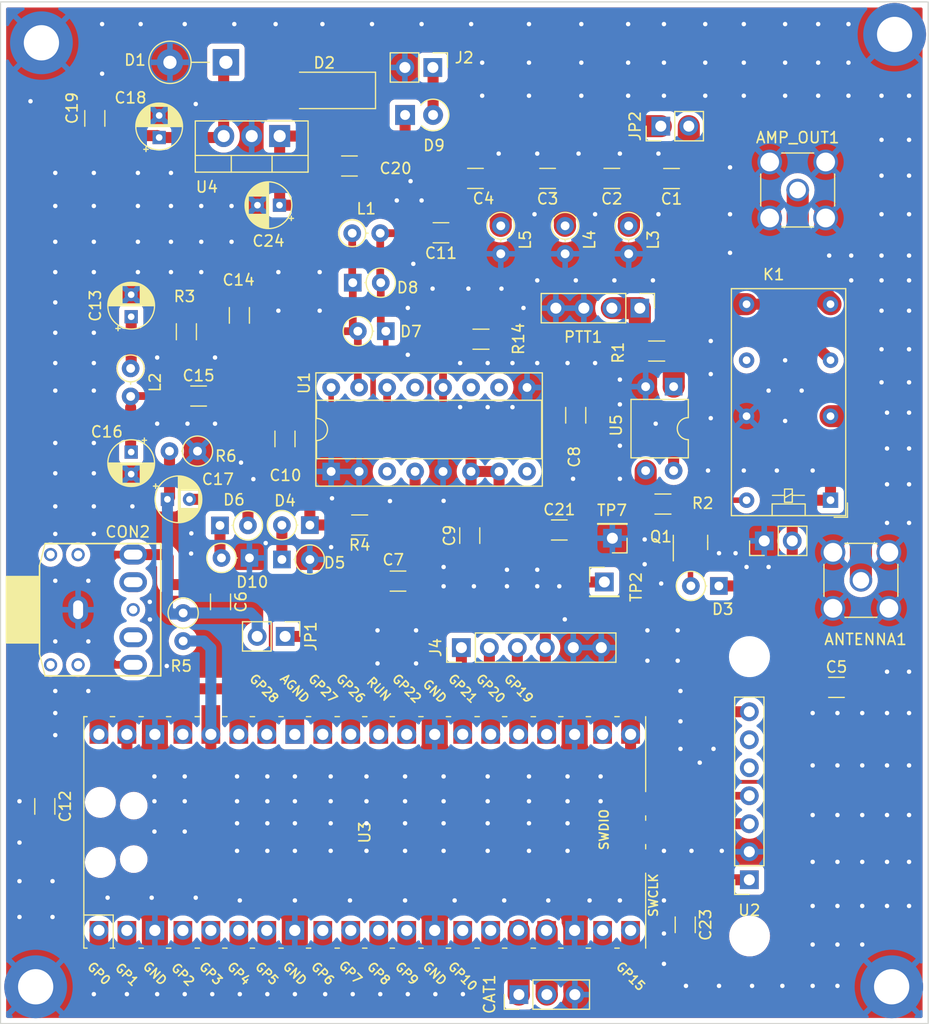
<source format=kicad_pcb>
(kicad_pcb (version 20211014) (generator pcbnew)
  (layers (0 "F.Cu" signal) (31 "B.Cu" signal) (34 "B.Paste" user) (35 "F.Paste" user) (36 "B.SilkS" user "B.Silkscreen") (37 "F.SilkS" user "F.Silkscreen") (38 "B.Mask" user) (39 "F.Mask" user) (44 "Edge.Cuts" user))
  (net 0 "")
  (net 1 "GNDPWR")
  (net 2 "RXB")
  (net 3 "RXA")
  (net 4 "Net-(C11-Pad2)")
  (net 5 "Net-(C11-Pad1)")
  (net 6 "+3V3")
  (net 7 "RX_OSC")
  (net 8 "Net-(C21-Pad1)")
  (net 9 "Net-(D9-Pad2)")
  (net 11 "SCL")
  (net 12 "SDA")
  (net 13 "Net-(C13-Pad1)")
  (net 14 "Net-(C10-Pad2)")
  (net 34 "Net-(CAT1-Pad1)")
  (net 35 "Net-(CAT1-Pad2)")
  (net 39 "Net-(J4-Pad1)")
  (net 40 "Net-(J4-Pad2)")
  (net 41 "Net-(J4-Pad3)")
  (net 50 "+5V")
  (net 51 "Net-(C20-Pad1)")
  (net 52 "Net-(JP1-Pad1)")
  (net 53 "Net-(C1-Pad2)")
  (net 54 "Net-(C2-Pad2)")
  (net 55 "Net-(C3-Pad2)")
  (net 57 "Net-(PTT1-Pad1)")
  (net 58 "Net-(R1-Pad2)")
  (net 59 "Net-(ANTENNA1-Pad1)")
  (net 60 "RX")
  (net 61 "TX")
  (net 62 "Net-(D3-Pad2)")
  (net 64 "Net-(R2-Pad1)")
  (net 65 "Net-(Q1-Pad1)")
  (net 66 "Net-(C6-Pad1)")
  (net 67 "Net-(C17-Pad2)")
  (net 68 "Net-(D4-Pad2)")
  (net 69 "Net-(D10-Pad2)")
  (footprint "MountingHole:MountingHole_3.2mm_M3_ISO7380_Pad" (layer "F.Cu") (at 173.678 129.574)
    (fp_text reference "H1" hide)
    (fp_text value "MountingHole_Pad" hide)
  )
  (footprint "MountingHole:MountingHole_3.2mm_M3_ISO7380_Pad" (layer "F.Cu") (at 173.948 43.184)
    (fp_text reference "H2" hide)
    (fp_text value "MountingHole_Pad" hide)
  )
  (footprint "MountingHole:MountingHole_3.2mm_M3_ISO7380_Pad" (layer "F.Cu") (at 95.978 129.574)
    (fp_text reference "H3" hide)
    (fp_text value "MountingHole_Pad" hide)
  )
  (footprint "MountingHole:MountingHole_3.2mm_M3_ISO7380_Pad" (layer "F.Cu") (at 96.5 43.94)
    (fp_text reference "H4" hide)
    (fp_text value "MountingHole_Pad" hide)
  )
  (footprint "Connector_PinHeader_2.54mm:PinHeader_1x02_P2.54mm_Vertical" (layer "F.Cu") (at 132.032 46.18 -90)
    (fp_text reference "J2")
    (fp_text value "12v (Max 19v)" hide)
  )
  (footprint "Package_DIP:DIP-16_W7.62mm_Socket" (layer "F.Cu") (at 122.8 82.83 90)
    (fp_text reference "U1")
    (fp_text value "CD2003GB_GP" hide)
  )
  (footprint "Connector_PinSocket_2.54mm:PinSocket_1x07_P2.54mm_Vertical" (layer "F.Cu") (at 160.757 119.868 180)
    (fp_text reference "U2")
    (fp_text value "SI535X_Module")
  )
  (footprint "Capacitor_SMD:C_1206_3216Metric_Pad1.33x1.80mm_HandSolder" (layer "F.Cu") (at 112.758 94.6565 -90)
    (fp_text reference "C6")
    (fp_text value "100nF" hide)
  )
  (footprint "Capacitor_SMD:C_1206_3216Metric_Pad1.33x1.80mm_HandSolder" (layer "F.Cu") (at 154.94 123.952 -90)
    (fp_text reference "C23")
    (fp_text value "100nF" hide)
  )
  (footprint "Capacitor_THT:CP_Radial_D4.0mm_P2.00mm" (layer "F.Cu") (at 107.188 52.534599 90)
    (fp_text reference "C18")
    (fp_text value "10uF/16V" hide)
  )
  (footprint "Capacitor_SMD:C_1206_3216Metric_Pad1.33x1.80mm_HandSolder" (layer "F.Cu") (at 101.346 50.8 90)
    (fp_text reference "C19")
    (fp_text value "100nF" hide)
  )
  (footprint "Capacitor_SMD:C_1206_3216Metric_Pad1.33x1.80mm_HandSolder" (layer "F.Cu") (at 124.46 55.118)
    (fp_text reference "C20")
    (fp_text value "100nF" hide)
  )
  (footprint "Capacitor_THT:CP_Radial_D4.0mm_P2.00mm" (layer "F.Cu") (at 118.11 58.674 180)
    (fp_text reference "C24")
    (fp_text value "100uF/16V" hide)
  )
  (footprint "Capacitor_SMD:C_1206_3216Metric_Pad1.33x1.80mm_HandSolder" (layer "F.Cu") (at 132.768 61.174 180)
    (fp_text reference "C11")
    (fp_text value "680pF" hide)
  )
  (footprint "Capacitor_SMD:C_1206_3216Metric_Pad1.33x1.80mm_HandSolder" (layer "F.Cu") (at 118.608 79.874 90)
    (fp_text reference "C10")
    (fp_text value "100nF" hide)
  )
  (footprint "Capacitor_SMD:C_1206_3216Metric_Pad1.33x1.80mm_HandSolder" (layer "F.Cu") (at 145 77.73 90)
    (fp_text reference "C8")
    (fp_text value "100nF" hide)
  )
  (footprint "Capacitor_SMD:C_1206_3216Metric_Pad1.33x1.80mm_HandSolder" (layer "F.Cu") (at 143.51 88.138)
    (fp_text reference "C21")
    (fp_text value "100nF" hide)
  )
  (footprint "Capacitor_SMD:C_1206_3216Metric_Pad1.33x1.80mm_HandSolder" (layer "F.Cu") (at 135.382 88.646 90)
    (fp_text reference "C9")
    (fp_text value "100nF" hide)
  )
  (footprint "Capacitor_THT:CP_Radial_D4.0mm_P2.00mm" (layer "F.Cu") (at 104.648 68.790599 90)
    (fp_text reference "C13")
    (fp_text value "10uF/16V" hide)
  )
  (footprint "Capacitor_SMD:C_1206_3216Metric_Pad1.33x1.80mm_HandSolder" (layer "F.Cu") (at 114.47 68.67 90)
    (fp_text reference "C14")
    (fp_text value "100nF" hide)
  )
  (footprint "Capacitor_SMD:C_1206_3216Metric_Pad1.33x1.80mm_HandSolder" (layer "F.Cu") (at 110.768 75.984)
    (fp_text reference "C15")
    (fp_text value "100nF" hide)
  )
  (footprint "Capacitor_THT:CP_Radial_D4.0mm_P2.00mm" (layer "F.Cu") (at 104.648 81.069401 -90)
    (fp_text reference "C16")
    (fp_text value "100uF/16V" hide)
  )
  (footprint "Diode_THT:D_DO-35_SOD27_P2.54mm_Vertical_KathodeUp" (layer "F.Cu") (at 127.762 70.104 180)
    (fp_text reference "D7")
    (fp_text value "1N4148" hide)
  )
  (footprint "Diode_THT:D_DO-35_SOD27_P2.54mm_Vertical_KathodeUp" (layer "F.Cu") (at 124.762 65.704)
    (fp_text reference "D8")
    (fp_text value "1N4148" hide)
  )
  (footprint "Diode_THT:D_A-405_P2.54mm_Vertical_KathodeUp" (layer "F.Cu") (at 129.512 50.49)
    (fp_text reference "D9")
    (fp_text value "1N5817" hide)
  )
  (footprint "Inductor_THT:L_Axial_L5.3mm_D2.2mm_P2.54mm_Vertical_Vishay_IM-1" (layer "F.Cu") (at 104.6 73.48 -90)
    (fp_text reference "L2")
    (fp_text value "100uH")
  )
  (footprint "Inductor_THT:L_Axial_L5.3mm_D2.2mm_P2.54mm_Vertical_Vishay_IM-1" (layer "F.Cu") (at 124.714 61.214)
    (fp_text reference "L1")
    (fp_text value "1uH")
  )
  (footprint "Resistor_SMD:R_1206_3216Metric_Pad1.30x1.75mm_HandSolder" (layer "F.Cu") (at 136.4 70.83)
    (fp_text reference "R14")
    (fp_text value "100" hide)
  )
  (footprint "Connector_PinHeader_2.54mm:PinHeader_1x01_P2.54mm_Vertical" (layer "F.Cu") (at 147.598 92.854)
    (fp_text reference "TP2")
    (fp_text value "CLK1" hide)
  )
  (footprint "Connector_PinHeader_2.54mm:PinHeader_1x01_P2.54mm_Vertical" (layer "F.Cu") (at 148.328 88.884 180)
    (fp_text reference "TP7")
    (fp_text value "GND" hide)
  )
  (footprint "Resistor_THT:R_Axial_DIN0207_L6.3mm_D2.5mm_P2.54mm_Vertical" (layer "F.Cu") (at 109.368 95.669 -90)
    (fp_text reference "R5")
    (fp_text value "10k")
  )
  (footprint "Relay_THT:Relay_DPDT_Omron_G5V-2" (layer "F.Cu") (at 168.128 85.434 180)
    (fp_text reference "K1")
    (fp_text value "Omron G5V-2 / OEN 46-05-2C" hide)
  )
  (footprint "Package_DIP:DIP-4_W7.62mm" (layer "F.Cu") (at 153.888 75.134 -90)
    (fp_text reference "U5")
    (fp_text value "EL817 (OC)" hide)
  )
  (footprint "Capacitor_SMD:C_1206_3216Metric_Pad1.33x1.80mm_HandSolder" (layer "F.Cu") (at 96.808 113.214 -90)
    (fp_text reference "C12")
    (fp_text value "100nF" hide)
  )
  (footprint "Capacitor_SMD:C_1206_3216Metric_Pad1.33x1.80mm_HandSolder" (layer "F.Cu") (at 153.698 56.254 180)
    (fp_text reference "C1")
    (fp_text value "2.2nF" hide)
  )
  (footprint "Connector_Coaxial:SMA_Amphenol_901-144_Vertical" (layer "F.Cu") (at 170.888 92.704)
    (fp_text reference "ANTENNA1")
    (fp_text value "SMA" hide)
  )
  (footprint "Resistor_SMD:R_1206_3216Metric_Pad1.30x1.75mm_HandSolder" (layer "F.Cu") (at 152.918 85.784)
    (fp_text reference "R2")
    (fp_text value "120 or 220" hide)
  )
  (footprint "Capacitor_THT:CP_Radial_D4.0mm_P2.00mm" (layer "F.Cu") (at 107.938 85.354)
    (fp_text reference "C17")
    (fp_text value "10uF" hide)
  )
  (footprint "Connector_PinHeader_2.54mm:PinHeader_1x04_P2.54mm_Vertical" (layer "F.Cu") (at 150.818 68.014 -90)
    (fp_text reference "PTT1")
    (fp_text value "GPIO (3.3v)" hide)
  )
  (footprint "MountingHole:MountingHole_2.7mm_M2.5" (layer "F.Cu") (at 160.782 124.968 90)
    (fp_text reference "S1" hide)
    (fp_text value "MountingHole" hide)
  )
  (footprint "Diode_THT:D_DO-35_SOD27_P2.54mm_Vertical_KathodeUp" (layer "F.Cu") (at 120.868 87.694 180)
    (fp_text reference "D4")
    (fp_text value "1N4148" hide)
  )
  (footprint "Resistor_THT:R_Axial_DIN0207_L6.3mm_D2.5mm_P2.54mm_Vertical" (layer "F.Cu") (at 110.668 80.984 180)
    (fp_text reference "R6")
    (fp_text value "10k" hide)
  )
  (footprint "Diode_THT:D_DO-35_SOD27_P2.54mm_Vertical_KathodeUp" (layer "F.Cu") (at 112.708 87.724)
    (fp_text reference "D6")
    (fp_text value "1N4148" hide)
  )
  (footprint "Resistor_SMD:R_1206_3216Metric_Pad1.30x1.75mm_HandSolder" (layer "F.Cu") (at 152.348 71.904)
    (fp_text reference "R1")
    (fp_text value "470" hide)
  )
  (footprint "Diode_THT:D_DO-35_SOD27_P2.54mm_Vertical_KathodeUp" (layer "F.Cu") (at 157.993686 93.214 180)
    (fp_text reference "D3")
    (fp_text value "1N4148" hide)
  )
  (footprint "Connector_PinHeader_2.54mm:PinHeader_1x02_P2.54mm_Vertical" (layer "F.Cu") (at 118.623 97.79 -90)
    (fp_text reference "JP1")
    (fp_text value "Jumper_2_Open" hide)
  )
  (footprint "Connector_PinHeader_2.54mm:PinHeader_1x03_P2.54mm_Vertical" (layer "F.Cu") (at 139.843 130.284 90)
    (fp_text reference "CAT1")
    (fp_text value "CAT")
  )
  (footprint "Connector_Coaxial:SMA_Amphenol_901-144_Vertical" (layer "F.Cu") (at 165.148 57.294)
    (fp_text reference "AMP_OUT1")
    (fp_text value "SMA" hide)
  )
  (footprint "Diode_THT:D_DO-35_SOD27_P2.54mm_Vertical_KathodeUp" (layer "F.Cu") (at 115.383685 90.674 180)
    (fp_text reference "D10")
    (fp_text value "1N4148" hide)
  )
  (footprint "Resistor_SMD:R_1206_3216Metric_Pad1.30x1.75mm_HandSolder" (layer "F.Cu") (at 125.388 87.684 180)
    (fp_text reference "R4")
    (fp_text value "330")
  )
  (footprint "Diode_THT:D_DO-35_SOD27_P2.54mm_Vertical_KathodeUp" (layer "F.Cu") (at 118.328 90.814)
    (fp_text reference "D5")
    (fp_text value "1N4148" hide)
  )
  (footprint "Capacitor_SMD:C_1206_3216Metric_Pad1.33x1.80mm_HandSolder" (layer "F.Cu") (at 168.668 102.414)
    (fp_text reference "C5")
    (fp_text value "100nF" hide)
  )
  (footprint "Inductor_THT:L_Axial_L5.3mm_D2.2mm_P2.54mm_Vertical_Vishay_IM-1" (layer "F.Cu") (at 138.198 60.544 -90)
    (fp_text reference "L5")
    (fp_text value "2.2uH" hide)
  )
  (footprint "Inductor_THT:L_Axial_L5.3mm_D2.2mm_P2.54mm_Vertical_Vishay_IM-1" (layer "F.Cu") (at 149.808 60.544 -90)
    (fp_text reference "L3")
    (fp_text value "2.2uH" hide)
  )
  (footprint "Connector_PinHeader_2.54mm:PinHeader_1x02_P2.54mm_Vertical" (layer "F.Cu") (at 152.723 51.504 90)
    (fp_text reference "JP2")
    (fp_text value "Filter-Skip")
  )
  (footprint "Diode_SMD:D_SMA_Handsoldering" (layer "F.Cu") (at 122.428 48.26 180)
    (fp_text reference "D2")
    (fp_text value "1N4001" hide)
  )
  (footprint "Inductor_THT:L_Axial_L5.3mm_D2.2mm_P2.54mm_Vertical_Vishay_IM-1" (layer "F.Cu") (at 144.038 60.544 -90)
    (fp_text reference "L4")
    (fp_text value "2.2uH" hide)
  )
  (footprint "Package_TO_SOT_THT:TO-220-3_Vertical" (layer "F.Cu") (at 118.126 52.402 180)
    (fp_text reference "U4")
    (fp_text value "CDIL_7805_TO220" hide)
  )
  (footprint "Connector_PinHeader_2.54mm:PinHeader_1x06_P2.54mm_Vertical" (layer "F.Cu") (at 134.62 98.806 90)
    (fp_text reference "J4")
    (fp_text value "IO")
  )
  (footprint "Capacitor_SMD:C_1206_3216Metric_Pad1.33x1.80mm_HandSolder" (layer "F.Cu") (at 142.448 56.244 180)
    (fp_text reference "C3")
    (fp_text value "820" hide)
  )
  (footprint "Capacitor_SMD:C_1206_3216Metric_Pad1.33x1.80mm_HandSolder" (layer "F.Cu") (at 128.868 92.774)
    (fp_text reference "C7")
    (fp_text value "470nF" hide)
  )
  (footprint "Connector_PinHeader_2.54mm:PinHeader_1x02_P2.54mm_Vertical" (layer "F.Cu") (at 162.113 89.124 90)
    (fp_text reference "RELAY_POWER1" hide)
    (fp_text value "RelayPower1" hide)
  )
  (footprint "Diode_THT:D_DO-15_P5.08mm_Vertical_KathodeUp" (layer "F.Cu") (at 113.246 45.712 180)
    (fp_text reference "D1")
    (fp_text value "5.6V 5W" hide)
  )
  (footprint "Package_TO_SOT_SMD:SOT-23" (layer "F.Cu") (at 155.418 89.264 90)
    (fp_text reference "Q1")
    (fp_text value "MMBT3904" hide)
  )
  (footprint "Capacitor_SMD:C_1206_3216Metric_Pad1.33x1.80mm_HandSolder" (layer "F.Cu") (at 135.898 56.244 180)
    (fp_text reference "C4")
    (fp_text value "2.2nF" hide)
  )
  (footprint "MountingHole:MountingHole_2.7mm_M2.5" (layer "F.Cu") (at 160.772 99.628 90)
    (fp_text reference "S2" hide)
    (fp_text value "MountingHole" hide)
  )
  (footprint "Capacitor_SMD:C_1206_3216Metric_Pad1.33x1.80mm_HandSolder" (layer "F.Cu") (at 148.278 56.244 180)
    (fp_text reference "C2")
    (fp_text value "820" hide)
  )
  (footprint "footprints:RPi_Pico_SMD_TH" (layer "F.Cu") (at 125.85 115.57 90)
    (fp_text reference "U3")
    (fp_text value "Pico")
  )
  (footprint "footprints:PJ-307" (layer "F.Cu") (at 102.83 95.37)
    (fp_text reference "CON2")
    (fp_text value "MIC" hide)
  )
  (footprint "Resistor_SMD:R_1206_3216Metric_Pad1.30x1.75mm_HandSolder" (layer "F.Cu") (at 109.658 70.154 90)
    (fp_text reference "R3")
    (fp_text value "0" hide)
  )
  (gr_rect (start 92.79 40.23) (end 176.99 132.91) (layer "Edge.Cuts") (width 0.1) (fill none))
  (segment (start 112.6615 76.02) (end 112.7375 76.096) (width 0.25) (layer "F.Cu") (net 1))
  (via (at 132.008 66.244) (size 0.8) (drill 0.4) (layers "F.Cu" "B.Cu") (net 1))
  (via (at 171.008 109.494) (size 0.8) (drill 0.4) (layers "F.Cu" "B.Cu") (net 1))
  (via (at 146.758 59.494) (size 0.8) (drill 0.4) (layers "F.Cu" "B.Cu") (net 1))
  (via (at 124.508 121.744) (size 0.8) (drill 0.4) (layers "F.Cu" "B.Cu") (net 1))
  (via (at 113.758 58.744) (size 0.8) (drill 0.4) (layers "F.Cu" "B.Cu") (net 1))
  (via (at 141.508 65.494) (size 0.8) (drill 0.4) (layers "F.Cu" "B.Cu") (net 1))
  (via (at 167.008 45.744) (size 0.8) (drill 0.4) (layers "F.Cu" "B.Cu") (net 1))
  (via (at 149.008 121.744) (size 0.8) (drill 0.4) (layers "F.Cu" "B.Cu") (net 1))
  (via (at 132.258 130.244) (size 0.8) (drill 0.4) (layers "F.Cu" "B.Cu") (net 1))
  (via (at 107.878 100.474) (size 0.8) (drill 0.4) (layers "F.Cu" "B.Cu") (net 1))
  (via (at 149.758 48.744) (size 0.8) (drill 0.4) (layers "F.Cu" "B.Cu") (net 1))
  (via (at 157.258 73.994) (size 0.8) (drill 0.4) (layers "F.Cu" "B.Cu") (net 1))
  (via (at 166.508 109.494) (size 0.8) (drill 0.4) (layers "F.Cu" "B.Cu") (net 1))
  (via (at 159.508 90.244) (size 0.8) (drill 0.4) (layers "F.Cu" "B.Cu") (net 1))
  (via (at 122.798 89.694) (size 0.8) (drill 0.4) (layers "F.Cu" "B.Cu") (net 1))
  (via (at 153.008 48.744) (size 0.8) (drill 0.4) (layers "F.Cu" "B.Cu") (net 1))
  (via (at 156.758 48.744) (size 0.8) (drill 0.4) (layers "F.Cu" "B.Cu") (net 1))
  (via (at 155.008 129.494) (size 0.8) (drill 0.4) (layers "F.Cu" "B.Cu") (net 1))
  (via (at 173.258 122.244) (size 0.8) (drill 0.4) (layers "F.Cu" "B.Cu") (net 1))
  (via (at 105.258 61.994) (size 0.8) (drill 0.4) (layers "F.Cu" "B.Cu") (net 1))
  (via (at 157.258 70.994) (size 0.8) (drill 0.4) (layers "F.Cu" "B.Cu") (net 1))
  (via (at 156.758 45.744) (size 0.8) (drill 0.4) (layers "F.Cu" "B.Cu") (net 1))
  (via (at 112.258 72.494) (size 0.8) (drill 0.4) (layers "F.Cu" "B.Cu") (net 1))
  (via (at 171.008 122.244) (size 0.8) (drill 0.4) (layers "F.Cu" "B.Cu") (net 1))
  (via (at 101.258 72.994) (size 0.8) (drill 0.4) (layers "F.Cu" "B.Cu") (net 1))
  (via (at 149.758 45.744) (size 0.8) (drill 0.4) (layers "F.Cu" "B.Cu") (net 1))
  (via (at 137.008 114.744) (size 0.8) (drill 0.4) (layers "F.Cu" "B.Cu") (net 1))
  (via (at 173.258 83.994) (size 0.8) (drill 0.4) (layers "F.Cu" "B.Cu") (net 1))
  (via (at 126.008 112.744) (size 0.8) (drill 0.4) (layers "F.Cu" "B.Cu") (net 1))
  (via (at 140.758 117.244) (size 0.8) (drill 0.4) (layers "F.Cu" "B.Cu") (net 1))
  (via (at 175.258 65.494) (size 0.8) (drill 0.4) (layers "F.Cu" "B.Cu") (net 1))
  (via (at 97.758 106.744) (size 0.8) (drill 0.4) (layers "F.Cu" "B.Cu") (net 1))
  (via (at 175.258 109.494) (size 0.8) (drill 0.4) (layers "F.Cu" "B.Cu") (net 1))
  (via (at 153.008 42.244) (size 0.8) (drill 0.4) (layers "F.Cu" "B.Cu") (net 1))
  (via (at 126.508 42.244) (size 0.8) (drill 0.4) (layers "F.Cu" "B.Cu") (net 1))
  (via (at 137.008 72.994) (size 0.8) (drill 0.4) (layers "F.Cu" "B.Cu") (net 1))
  (via (at 161.008 129.494) (size 0.8) (drill 0.4) (layers "F.Cu" "B.Cu") (net 1))
  (via (at 126.008 117.244) (size 0.8) (drill 0.4) (layers "F.Cu" "B.Cu") (net 1))
  (via (at 172.758 59.494) (size 0.8) (drill 0.4) (layers "F.Cu" "B.Cu") (net 1))
  (via (at 166.508 129.494) (size 0.8) (drill 0.4) (layers "F.Cu" "B.Cu") (net 1))
  (via (at 119.508 114.744) (size 0.8) (drill 0.4) (layers "F.Cu" "B.Cu") (net 1))
  (via (at 107.008 78.494) (size 0.8) (drill 0.4) (layers "F.Cu" "B.Cu") (net 1))
  (via (at 122.008 42.244) (size 0.8) (drill 0.4) (layers "F.Cu" "B.Cu") (net 1))
  (via (at 112.258 78.494) (size 0.8) (drill 0.4) (layers "F.Cu" "B.Cu") (net 1))
  (via (at 114.618 82.024) (size 0.8) (drill 0.4) (layers "F.Cu" "B.Cu") (net 1))
  (via (at 114.258 117.244) (size 0.8) (drill 0.4) (layers "F.Cu" "B.Cu") (net 1))
  (via (at 164.008 48.744) (size 0.8) (drill 0.4) (layers "F.Cu" "B.Cu") (net 1))
  (via (at 145.508 42.244) (size 0.8) (drill 0.4) (layers "F.Cu" "B.Cu") (net 1))
  (via (at 168.758 109.494) (size 0.8) (drill 0.4) (layers "F.Cu" "B.Cu") (net 1))
  (via (at 110.508 49.494) (size 0.8) (drill 0.4) (layers "F.Cu" "B.Cu") (net 1))
  (via (at 173.258 100.994) (size 0.8) (drill 0.4) (layers "F.Cu" "B.Cu") (net 1))
  (via (at 169.758 48.744) (size 0.8) (drill 0.4) (layers "F.Cu" "B.Cu") (net 1))
  (via (at 145.508 45.744) (size 0.8) (drill 0.4) (layers "F.Cu" "B.Cu") (net 1))
  (via (at 156.758 42.244) (size 0.8) (drill 0.4) (layers "F.Cu" "B.Cu") (net 1))
  (via (at 122.758 110.494) (size 0.8) (drill 0.4) (layers "F.Cu" "B.Cu") (net 1))
  (via (at 109.758 78.494) (size 0.8) (drill 0.4) (layers "F.Cu" "B.Cu") (net 1))
  (via (at 147.258 112.744) (size 0.8) (drill 0.4) (layers "F.Cu" "B.Cu") (net 1))
  (via (at 151.258 91.244) (size 0.8) (drill 0.4) (layers "F.Cu" "B.Cu") (net 1))
  (via (at 97.758 61.994) (size 0.8) (drill 0.4) (layers "F.Cu" "B.Cu") (net 1))
  (via (at 114.008 42.244) (size 0.8) (drill 0.4) (layers "F.Cu" "B.Cu") (net 1))
  (via (at 172.758 52.744) (size 0.8) (drill 0.4) (layers "F.Cu" "B.Cu") (net 1))
  (via (at 175.258 68.244) (size 0.8) (drill 0.4) (layers "F.Cu" "B.Cu") (net 1))
  (via (at 160.508 91.494) (size 0.8) (drill 0.4) (layers "F.Cu" "B.Cu") (net 1))
  (via (at 170.008 65.494) (size 0.8) (drill 0.4) (layers "F.Cu" "B.Cu") (net 1))
  (via (at 175.258 100.994) (size 0.8) (drill 0.4) (layers "F.Cu" "B.Cu") (net 1))
  (via (at 173.258 118.244) (size 0.8) (drill 0.4) (layers "F.Cu" "B.Cu") (net 1))
  (via (at 152.008 65.494) (size 0.8) (drill 0.4) (layers "F.Cu" "B.Cu") (net 1))
  (via (at 114.508 130.244) (size 0.8) (drill 0.4) (layers "F.Cu" "B.Cu") (net 1))
  (via (at 166.508 118.244) (size 0.8) (drill 0.4) (layers "F.Cu" "B.Cu") (net 1))
  (via (at 134.008 121.744) (size 0.8) (drill 0.4) (layers "F.Cu" "B.Cu") (net 1))
  (via (at 119.508 112.744) (size 0.8) (drill 0.4) (layers "F.Cu" "B.Cu") (net 1))
  (via (at 101.258 58.744) (size 0.8) (drill 0.4) (layers "F.Cu" "B.Cu") (net 1))
  (via (at 110.508 121.494) (size 0.8) (drill 0.4) (layers "F.Cu" "B.Cu") (net 1))
  (via (at 113.758 61.994) (size 0.8) (drill 0.4) (layers "F.Cu" "B.Cu") (net 1))
  (via (at 114.508 121.744) (size 0.8) (drill 0.4) (layers "F.Cu" "B.Cu") (net 1))
  (via (at 142.508 121.744) (size 0.8) (drill 0.4) (layers "F.Cu" "B.Cu") (net 1))
  (via (at 144.008 96.244) (size 0.8) (drill 0.4) (layers "F.Cu" "B.Cu") (net 1))
  (via (at 106.758 112.744) (size 0.8) (drill 0.4) (layers "F.Cu" "B.Cu") (net 1))
  (via (at 122.758 117.244) (size 0.8) (drill 0.4) (layers "F.Cu" "B.Cu") (net 1))
  (via (at 128.758 58.244) (size 0.8) (drill 0.4) (layers "F.Cu" "B.Cu") (net 1))
  (via (at 173.258 77.494) (size 0.8) (drill 0.4) (layers "F.Cu" "B.Cu") (net 1))
  (via (at 118.008 64.744) (size 0.8) (drill 0.4) (layers "F.Cu" "B.Cu") (net 1))
  (via (at 162.508 75.494) (size 0.8) (drill 0.4) (layers "F.Cu" "B.Cu") (net 1))
  (via (at 138.508 121.744) (size 0.8) (drill 0.4) (layers "F.Cu" "B.Cu") (net 1))
  (via (at 97.758 67.494) (size 0.8) (drill 0.4) (layers "F.Cu" "B.Cu") (net 1))
  (via (at 135.258 66.244) (size 0.8) (drill 0.4) (layers "F.Cu" "B.Cu") (net 1))
  (via (at 149.008 83.494) (size 0.8) (drill 0.4) (layers "F.Cu" "B.Cu") (net 1))
  (via (at 106.508 121.494) (size 0.8) (drill 0.4) (layers "F.Cu" "B.Cu") (net 1))
  (via (at 97.758 72.994) (size 0.8) (drill 0.4) (layers "F.Cu" "B.Cu") (net 1))
  (via (at 130.508 100.244) (size 0.8) (drill 0.4) (layers "F.Cu" "B.Cu") (net 1))
  (via (at 151.258 88.994) (size 0.8) (drill 0.4) (layers "F.Cu" "B.Cu") (net 1))
  (via (at 117.008 114.744) (size 0.8) (drill 0.4) (layers "F.Cu" "B.Cu") (net 1))
  (via (at 97.758 88.494) (size 0.8) (drill 0.4) (layers "F.Cu" "B.Cu") (net 1))
  (via (at 102.508 121.494) (size 0.8) (drill 0.4) (layers "F.Cu" "B.Cu") (net 1))
  (via (at 152.258 78.494) (size 0.8) (drill 0.4) (layers "F.Cu" "B.Cu") (net 1))
  (via (at 151.508 99.994) (size 0.8) (drill 0.4) (layers "F.Cu" "B.Cu") (net 1))
  (via (at 127.008 100.244) (size 0.8) (drill 0.4) (layers "F.Cu" "B.Cu") (net 1))
  (via (at 130.258 63.994) (size 0.8) (drill 0.4) (layers "F.Cu" "B.Cu") (net 1))
  (via (at 126.008 110.494) (size 0.8) (drill 0.4) (layers "F.Cu" "B.Cu") (net 1))
  (via (at 112.008 130.244) (size 0.8) (drill 0.4) (layers "F.Cu" "B.Cu") (net 1))
  (via (at 122.758 112.744) (size 0.8) (drill 0.4) (layers "F.Cu" "B.Cu") (net 1))
  (via (at 121.758 68.244) (size 0.8) (drill 0.4) (layers "F.Cu" "B.Cu") (net 1))
  (via (at 168.758 129.494) (size 0.8) (drill 0.4) (layers "F.Cu" "B.Cu") (net 1))
  (via (at 153.008 127.494) (size 0.8) (drill 0.4) (layers "F.Cu" "B.Cu") (net 1))
  (via (at 109.508 115.494) (size 0.8) (drill 0.4) (layers "F.Cu" "B.Cu") (net 1))
  (via (at 157.258 77.994) (size 0.8) (drill 0.4) (layers "F.Cu" "B.Cu") (net 1))
  (via (at 119.508 121.744) (size 0.8) (drill 0.4) (layers "F.Cu" "B.Cu") (net 1))
  (via (at 166.508 104.744) (size 0.8) (drill 0.4) (layers "F.Cu" "B.Cu") (net 1))
  (via (at 129.508 121.744) (size 0.8) (drill 0.4) (layers "F.Cu" "B.Cu") (net 1))
  (via (at 105.258 55.744) (size 0.8) (drill 0.4) (layers "F.Cu" "B.Cu") (net 1))
  (via (at 154.508 107.994) (size 0.8) (drill 0.4) (layers "F.Cu" "B.Cu") (net 1))
  (via (at 124.758 130.244) (size 0.8) (drill 0.4) (layers "F.Cu" "B.Cu") (net 1))
  (via (at 97.508 123.244) (size 0.8) (drill 0.4) (layers "F.Cu" "B.Cu") (net 1))
  (via (at 175.258 113.994) (size 0.8) (drill 0.4) (layers "F.Cu" "B.Cu") (net 1))
  (via (at 139.258 72.994) (size 0.8) (drill 0.4) (layers "F.Cu" "B.Cu") (net 1))
  (via (at 129.758 67.994) (size 0.8) (drill 0.4) (layers "F.Cu" "B.Cu") (net 1))
  (via (at 101.258 130.244) (size 0.8) (drill 0.4) (layers "F.Cu" "B.Cu") (net 1))
  (via (at 129.508 114.744) (size 0.8) (drill 0.4) (layers "F.Cu" "B.Cu") (net 1))
  (via (at 170.008 63.244) (size 0.8) (drill 0.4) (layers "F.Cu" "B.Cu") (net 1))
  (via (at 105.258 58.744) (size 0.8) (drill 0.4) (layers "F.Cu" "B.Cu") (net 1))
  (via (at 108.258 55.744) (size 0.8) (drill 0.4) (layers "F.Cu" "B.Cu") (net 1))
  (via (at 149.008 76.744) (size 0.8) (drill 0.4) (layers "F.Cu" "B.Cu") (net 1))
  (via (at 140.758 48.744) (size 0.8) (drill 0.4) (layers "F.Cu" "B.Cu") (net 1))
  (via (at 101.258 85.994) (size 0.8) (drill 0.4) (layers "F.Cu" "B.Cu") (net 1))
  (via (at 147.258 110.494) (size 0.8) (drill 0.4) (layers "F.Cu" "B.Cu") (net 1))
  (via (at 108.258 61.994) (size 0.8) (drill 0.4) (layers "F.Cu" "B.Cu") (net 1))
  (via (at 104.758 85.994) (size 0.8) (drill 0.4) (layers "F.Cu" "B.Cu") (net 1))
  (via (at 97.758 80.244) (size 0.8) (drill 0.4) (layers "F.Cu" "B.Cu") (net 1))
  (via (at 116.858 89.324) (size 0.6) (drill 0.4) (layers "F.Cu" "B.Cu") (net 1))
  (via (at 168.758 104.744) (size 0.8) (drill 0.4) (layers "F.Cu" "B.Cu") (net 1))
  (via (at 152.508 59.494) (size 0.8) (drill 0.4) (layers "F.Cu" "B.Cu") (net 1))
  (via (at 144.258 117.244) (size 0.8) (drill 0.4) (layers "F.Cu" "B.Cu") (net 1))
  (via (at 133.008 114.744) (size 0.8) (drill 0.4) (layers "F.Cu" "B.Cu") (net 1))
  (via (at 153.008 124.744) (size 0.8) (drill 0.4) (layers "F.Cu" "B.Cu") (net 1))
  (via (at 141.508 53.994) (size 0.8) (drill 0.4) (layers "F.Cu" "B.Cu") (net 1))
  (via (at 118.008 68.244) (size 0.8) (drill 0.4) (layers "F.Cu" "B.Cu") (net 1))
  (via (at 151.508 97.244) (size 0.8) (drill 0.4) (layers "F.Cu" "B.Cu") (net 1))
  (via (at 149.008 74.494) (size 0.8) (drill 0.4) (layers "F.Cu" "B.Cu") (net 1))
  (via (at 94.508 112.744) (size 0.8) (drill 0.4) (layers "F.Cu" "B.Cu") (net 1))
  (via (at 164.008 45.744) (size 0.8) (drill 0.4) (layers "F.Cu" "B.Cu") (net 1))
  (via (at 173.258 109.494) (size 0.8) (drill 0.4) (layers "F.Cu" "B.Cu") (net 1))
  (via (at 111.008 64.744) (size 0.8) (drill 0.4) (layers "F.Cu" "B.Cu") (net 1))
  (via (at 110.088 90.274) (size 0.8) (drill 0.4) (layers "F.Cu" "B.Cu") (net 1))
  (via (at 149.008 80.494) (size 0.8) (drill 0.4) (layers "F.Cu" "B.Cu") (net 1))
  (via (at 153.008 45.744) (size 0.8) (drill 0.4) (layers "F.Cu" "B.Cu") (net 1))
  (via (at 134.758 130.244) (size 0.8) (drill 0.4) (layers "F.Cu" "B.Cu") (net 1))
  (via (at 101.258 88.494) (size 0.8) (drill 0.4) (layers "F.Cu" "B.Cu") (net 1))
  (via (at 97.758 64.744) (size 0.8) (drill 0.4) (layers "F.Cu" "B.Cu") (net 1))
  (via (at 137.008 117.244) (size 0.8) (drill 0.4) (layers "F.Cu" "B.Cu") (net 1))
  (via (at 140.758 112.744) (size 0.8) (drill 0.4) (layers "F.Cu" "B.Cu") (net 1))
  (via (at 97.758 85.994) (size 0.8) (drill 0.4) (layers "F.Cu" "B.Cu") (net 1))
  (via (at 133.008 112.744) (size 0.8) (drill 0.4) (layers "F.Cu" "B.Cu") (net 1))
  (via (at 119.508 110.494) (size 0.8) (drill 0.4) (layers "F.Cu" "B.Cu") (net 1))
  (via (at 153.008 117.244) (size 0.8) (drill 0.4) (layers "F.Cu" "B.Cu") (net 1))
  (via (at 154.508 105.494) (size 0.8) (drill 0.4) (layers "F.Cu" "B.Cu") (net 1))
  (via (at 149.008 53.994) (size 0.8) (drill 0.4) (layers "F.Cu" "B.Cu") (net 1))
  (via (at 97.758 70.244) (size 0.8) (drill 0.4) (layers "F.Cu" "B.Cu") (net 1))
  (via (at 172.758 55.994) (size 0.8) (drill 0.4) (layers "F.Cu" "B.Cu") (net 1))
  (via (at 139.258 76.994) (size 0.8) (drill 0.4) (layers "F.Cu" "B.Cu") (net 1))
  (via (at 111.008 58.744) (size 0.8) (drill 0.4) (layers "F.Cu" "B.Cu") (net 1))
  (via (at 172.758 74.744) (size 0.8) (drill 0.4) (layers "F.Cu" "B.Cu") (net 1))
  (via (at 175.258 80.744) (size 0.8) (drill 0.4) (layers "F.Cu" "B.Cu") (net 1))
  (via (at 154.258 97.244) (size 0.8) (drill 0.4) (layers "F.Cu" "B.Cu") (net 1))
  (via (at 117.008 110.494) (size 0.8) (drill 0.4) (layers "F.Cu" "B.Cu") (net 1))
  (via (at 129.508 117.244) (size 0.8) (drill 0.4) (layers "F.Cu" "B.Cu") (net 1))
  (via (at 145.258 53.994) (size 0.8) (drill 0.4) (layers "F.Cu" "B.Cu") (net 1))
  (via (at 159.008 62.994) (size 0.8) (drill 0.4) (layers "F.Cu" "B.Cu") (net 1))
  (via (at 168.758 113.994) (size 0.8) (drill 0.4) (layers "F.Cu" "B.Cu") (net 1))
  (via (at 97.758 75.494) (size 0.8) (drill 0.4) (layers "F.Cu" "B.Cu") (net 1))
  (via (at 164.008 78.244) (size 0.8) (drill 0.4) (layers "F.Cu" "B.Cu") (net 1))
  (via (at 97.758 104.744) (size 0.8) (drill 0.4) (layers "F.Cu" "B.Cu") (net 1))
  (via (at 133.008 85.494) (size 0.8) (drill 0.4) (layers "F.Cu" "B.Cu") (net 1))
  (via (at 101.258 55.744) (size 0.8) (drill 0.4) (layers "F.Cu" "B.Cu") (net 1))
  (via (at 135.758 93.244) (size 0.8) (drill 0.4) (layers "F.Cu" "B.Cu") (net 1))
  (via (at 101.258 75.494) (size 0.8) (drill 0.4) (layers "F.Cu" "B.Cu") (net 1))
  (via (at 97.758 58.744) (size 0.8) (drill 0.4) (layers "F.Cu" "B.Cu") (net 1))
  (via (at 101.258 82.994) (size 0.8) (drill 0.4) (layers "F.Cu" "B.Cu") (net 1))
  (via (at 133.008 93.244) (size 0.8) (drill 0.4) (layers "F.Cu" "B.Cu") (net 1))
  (via (at 164.008 72.744) (size 0.8) (drill 0.4) (layers "F.Cu" "B.Cu") (net 1))
  (via (at 165.508 75.494) (size 0.8) (drill 0.4) (layers "F.Cu" "B.Cu") (net 1))
  (via (at 105.508 42.244) (size 0.8) (drill 0.4) (layers "F.Cu" "B.Cu") (net 1))
  (via (at 117.008 112.744) (size 0.8) (drill 0.4) (layers "F.Cu" "B.Cu") (net 1))
  (via (at 175.258 52.744) (size 0.8) (drill 0.4) (layers "F.Cu" "B.Cu") (net 1))
  (via (at 141.508 93.244) (size 0.8) (drill 0.4) (layers "F.Cu" "B.Cu") (net 1))
  (via (at 173.258 80.744) (size 0.8) (drill 0.4) (layers "F.Cu" "B.Cu") (net 1))
  (via (at 100.758 92.744) (size 0.8) (drill 0.4) (layers "F.Cu" "B.Cu") (net 1))
  (via (at 144.258 114.744) (size 0.8) (drill 0.4) (layers "F.Cu" "B.Cu") (net 1))
  (via (at 104.258 130.244) (size 0.8) (drill 0.4) (layers "F.Cu" "B.Cu") (net 1))
  (via (at 140.758 42.244) (size 0.8) (drill 0.4) (layers "F.Cu" "B.Cu") (net 1))
  (via (at 173.258 113.994) (size 0.8) (drill 0.4) (layers "F.Cu" "B.Cu") (net 1))
  (via (at 122.258 130.244) (size 0.8) (drill 0.4) (layers "F.Cu" "B.Cu") (net 1))
  (via (at 136.508 48.744) (size 0.8) (drill 0.4) (layers "F.Cu" "B.Cu") (net 1))
  (via (at 169.758 42.244) (size 0.8) (drill 0.4) (layers "F.Cu" "B.Cu") (net 1))
  (via (at 126.008 114.744) (size 0.8) (drill 0.4) (layers "F.Cu" "B.Cu") (net 1))
  (via (at 115.738 83.524) (size 0.8) (drill 0.4) (layers "F.Cu" "B.Cu") (net 1))
  (via (at 175.258 118.244) (size 0.8) (drill 0.4) (layers "F.Cu" "B.Cu") (net 1))
  (via (at 109.508 130.244) (size 0.8) (drill 0.4) (layers "F.Cu" "B.Cu") (net 1))
  (via (at 172.758 68.244) (size 0.8) (drill 0.4) (layers "F.Cu" "B.Cu") (net 1))
  (via (at 172.758 71.744) (size 0.8) (drill 0.4) (layers "F.Cu" "B.Cu") (net 1))
  (via (at 146.258 121.744) (size 0.8) (drill 0.4) (layers "F.Cu" "B.Cu") (net 1))
  (via (at 157.008 82.744) (size 0.8) (drill 0.4) (layers "F.Cu" "B.Cu") (net 1))
  (via (at 122.758 114.744) (size 0.8) (drill 0.4) (layers "F.Cu" "B.Cu") (net 1))
  (via (at 152.508 53.994) (size 0.8) (drill 0.4) (layers "F.Cu" "B.Cu") (net 1))
  (via (at 175.258 55.994) (size 0.8) (drill 0.4) (layers "F.Cu" "B.Cu") (net 1))
  (via (at 153.008 121.744) (size 0.8) (drill 0.4) (layers "F.Cu" "B.Cu") (net 1))
  (via (at 106.758 115.494) (size 0.8) (drill 0.4) (layers "F.Cu" "B.Cu") (net 1))
  (via (at 97.758 92.744) (size 0.8) (drill 0.4) (layers "F.Cu" "B.Cu") (net 1))
  (via (at 137.008 110.494) (size 0.8) (drill 0.4) (layers "F.Cu" "B.Cu") (net 1))
  (via (at 129.508 112.744) (size 0.8) (drill 0.4) (layers "F.Cu" "B.Cu") (net 1))
  (via (at 129.508 110.494) (size 0.8) (drill 0.4) (layers "F.Cu" "B.Cu") (net 1))
  (via (at 159.008 59.494) (size 0.8) (drill 0.4) (layers "F.Cu" "B.Cu") (net 1))
  (via (at 167.008 42.244) (size 0.8) (drill 0.4) (layers "F.Cu" "B.Cu") (net 1))
  (via (at 175.258 104.744) (size 0.8) (drill 0.4) (layers "F.Cu" "B.Cu") (net 1))
  (via (at 175.258 87.494) (size 0.8) (drill 0.4) (layers "F.Cu" "B.Cu") (net 1))
  (via (at 145.008 65.494) (size 0.8) (drill 0.4) (layers "F.Cu" "B.Cu") (net 1))
  (via (at 108.258 64.744) (size 0.8) (drill 0.4) (layers "F.Cu" "B.Cu") (net 1))
  (via (at 101.258 61.994) (size 0.8) (drill 0.4) (layers "F.Cu" "B.Cu") (net 1))
  (via (at 140.258 67.994) (size 0.8) (drill 0.4) (layers "F.Cu" "B.Cu") (net 1))
  (via (at 130.508 97.244) (size 0.8) (drill 0.4) (layers "F.Cu" "B.Cu") (net 1))
  (via (at 141.258 59.494) (size 0.8) (drill 0.4) (layers "F.Cu" "B.Cu") (net 1))
  (via (at 127.258 130.244) (size 0.8) (drill 0.4) (layers "F.Cu" "B.Cu") (net 1))
  (via (at 164.008 42.244) (size 0.8) (drill 0.4) (layers "F.Cu" "B.Cu") (net 1))
  (via (at 138.258 66.244) (size 0.8) (drill 0.4) (layers "F.Cu" "B.Cu") (net 1))
  (via (at 171.008 113.994) (size 0.8) (drill 0.4) (layers "F.Cu" "B.Cu") (net 1))
  (via (at 107.008 130.244) (size 0.8) (drill 0.4) (layers "F.Cu" "B.Cu") (net 1))
  (via (at 149.758 42.244) (size 0.8) (drill 0.4) (layers "F.Cu" "B.Cu") (net 1))
  (via (at 133.008 117.244) (size 0.8) (drill 0.4) (layers "F.Cu" "B.Cu") (net 1))
  (via (at 160.258 45.744) (size 0.8) (drill 0.4) (layers "F.Cu" "B.Cu") (net 1))
  (via (at 157.508 107.994) (size 0.8) (drill 0.4) (layers "F.Cu" "B.Cu") (net 1))
  (via (at 145.508 48.744) (size 0.8) (drill 0.4) (layers "F.Cu" "B.Cu") (net 1))
  (via (at 94.508 116.494) (size 0.8) (drill 0.4) (layers "F.Cu" "B.Cu") (net 1))
  (via (at 134.508 72.994) (size 0.8) (drill 0.4) (layers "F.Cu" "B.Cu") (net 1))
  (via (at 121.758 64.744) (size 0.8) (drill 0.4) (layers "F.Cu" "B.Cu") (net 1))
  (via (at 100.758 98.244) (size 0.8) (drill 0.4) (layers "F.Cu" "B.Cu") (net 1))
  (via (at 158.258 117.244) (size 0.8) (drill 0.4) (layers "F.Cu" "B.Cu") (net 1))
  (via (at 106.348 96.254) (size 0.8) (drill 0.4) (layers "F.Cu" "B.Cu") (net 1))
  (via (at 129.758 130.244) (size 0.8) (drill 0.4) (layers "F.Cu" "B.Cu") (net 1))
  (via (at 166.508 82.744) (size 0.8) (drill 0.4) (layers "F.Cu" "B.Cu") (net 1))
  (via (at 110.108 88.444) (size 0.8) (drill 0.4) (layers "F.Cu" "B.Cu") (net 1))
  (via (at 173.258 104.744) (size 0.8) (drill 0.4) (layers "F.Cu" "B.Cu") (net 1))
  (via (at 171.008 104.744) (size 0.8) (drill 0.4) (layers "F.Cu" "B.Cu") (net 1))
  (via (at 97.758 82.994) (size 0.8) (drill 0.4) (layers "F.Cu" "B.Cu") (net 1))
  (via (at 138.758 91.744) (size 0.8) (drill 0.4) (layers "F.Cu" "B.Cu") (net 1))
  (via (at 144.758 83.494) (size 0.8) (drill 0.4) (layers "F.Cu" "B.Cu") (net 1))
  (via (at 128.138 85.514) (size 0.8) (drill 0.4) (layers "F.Cu" "B.Cu") (net 1))
  (via (at 97.508 119.994) (size 0.8) (drill 0.4) (layers "F.Cu" "B.Cu") (net 1))
  (via (at 175.258 83.994) (size 0.8) (drill 0.4) (layers "F.Cu" "B.Cu") (net 1))
  (via (at 100.758 102.744) (size 0.8) (drill 0.4) (layers "F.Cu" "B.Cu") (net 1))
  (via (at 129.758 72.244) (size 0.8) (drill 0.4) (layers "F.Cu" "B.Cu") (net 1))
  (via (at 109.508 42.244) (size 0.8) (drill 0.4) (layers "F.Cu" "B.Cu") (net 1))
  (via (at 154.258 99.994) (size 0.8) (drill 0.4) (layers "F.Cu" "B.Cu") (net 1))
  (via (at 137.008 76.994) (size 0.8) (drill 0.4) (layers "F.Cu" "B.Cu") (net 1))
  (via (at 109.508 112.744) (size 0.8) (drill 0.4) (layers "F.Cu" "B.Cu") (net 1))
  (via (at 109.508 110.494) (size 0.8) (drill 0.4) (layers "F.Cu" "B.Cu") (net 1))
  (via (at 162.508 91.494) (size 0.8) (drill 0.4) (layers "F.Cu" "B.Cu") (net 1))
  (via (at 136.508 45.744) (size 0.8) (drill 0.4) (layers "F.Cu" "B.Cu") (net 1))
  (via (at 134.508 76.994) (size 0.8) (drill 0.4) (layers "F.Cu" "B.Cu") (net 1))
  (via (at 175.258 48.744) (size 0.8) (drill 0.4) (layers "F.Cu" "B.Cu") (net 1))
  (via (at 111.008 61.994) (size 0.8) (drill 0.4) (layers "F.Cu" "B.Cu") (net 1))
  (via (at 158.008 90.244) (size 0.8) (drill 0.4) (layers "F.Cu" "B.Cu") (net 1))
  (via (at 163.758 129.494) (size 0.8) (drill 0.4) (layers "F.Cu" "B.Cu") (net 1))
  (via (at 168.758 118.244) (size 0.8) (drill 0.4) (layers "F.Cu" "B.Cu") (net 1))
  (via (at 133.008 91.494) (size 0.8) (drill 0.4) (layers "F.Cu" "B.Cu") (net 1))
  (via (at 152.758 92.994) (size 0.8) (drill 0.4) (layers "F.Cu" "B.Cu") (net 1))
  (via (at 160.258 48.744) (size 0.8) (drill 0.4) (layers "F.Cu" "B.Cu") (net 1))
  (via (at 131.008 58.244) (size 0.8) (drill 0.4) (layers "F.Cu" "B.Cu") (net 1))
  (via (at 105.258 64.744) (size 0.8) (drill 0.4) (layers "F.Cu" "B.Cu") (net 1))
  (via (at 138.758 93.244) (size 0.8) (drill 0.4) (layers "F.Cu" "B.Cu") (net 1))
  (via (at 168.758 125.744) (size 0.8) (drill 0.4) (layers "F.Cu" "B.Cu") (net 1))
  (via (at 144.258 72.994) (size 0.8) (drill 0.4) (layers "F.Cu" "B.Cu") (net 1))
  (via (at 117.758 42.244) (size 0.8) (drill 0.4) (layers "F.Cu" "B.Cu") (net 1))
  (via (at 114.258 112.744) (size 0.8) (drill 0.4) (layers "F.Cu" "B.Cu") (net 1))
  (via (at 163.258 82.744) (size 0.8) (drill 0.4) (layers "F.Cu" "B.Cu") (net 1))
  (via (at 158.008 129.494) (size 0.8) (drill 0.4) (layers "F.Cu" "B.Cu") (net 1))
  (via (at 140.758 114.744) (size 0.8) (drill 0.4) (layers "F.Cu" "B.Cu") (net 1))
  (via (at 117.008 117.244) (size 0.8) (drill 0.4) (layers "F.Cu" "B.Cu") (net 1))
  (via (at 130.008 56.494) (size 0.8) (drill 0.4) (layers "F.Cu" "B.Cu") (net 1))
  (via (at 148.508 65.494) (size 0.8) (drill 0.4) (layers "F.Cu" "B.Cu") (net 1))
  (via (at 131.008 42.244) (size 0.8) (drill 0.4) (layers "F.Cu" "B.Cu") (net 1))
  (via (at 138.008 53.994) (size 0.8) (drill 0.4) (layers "F.Cu" "B.Cu") (net 1))
  (via (at 175.258 74.744) (size 0.8) (drill 0.4) (layers "F.Cu" "B.Cu") (net 1))
  (via (at 146.758 72.994) (size 0.8) (drill 0.4) (layers "F.Cu" "B.Cu") (net 1))
  (via (at 172.758 65.494) (size 0.8) (drill 0.4) (layers "F.Cu" "B.Cu") (net 1))
  (via (at 175.258 63.244) (size 0.8) (drill 0.4) (layers "F.Cu" "B.Cu") (net 1))
  (via (at 155.508 117.244) (size 0.8) (drill 0.4) (layers "F.Cu" "B.Cu") (net 1))
  (via (at 171.008 125.744) (size 0.8) (drill 0.4) (layers "F.Cu" "B.Cu") (net 1))
  (via (at 114.258 114.744) (size 0.8) (drill 0.4) (layers "F.Cu" "B.Cu") (net 1))
  (via (at 102.008 46.744) (size 0.8) (drill 0.4) (layers "F.Cu" "B.Cu") (net 1))
  (via (at 133.008 110.494) (size 0.8) (drill 0.4) (layers "F.Cu" "B.Cu") (net 1))
  (via (at 166.508 122.244) (size 0.8) (drill 0.4) (layers "F.Cu" "B.Cu") (net 1))
  (via (at 172.758 48.744) (size 0.8) (drill 0.4) (layers "F.Cu" "B.Cu") (net 1))
  (via (at 101.258 70.244) (size 0.8) (drill 0.4) (layers "F.Cu" "B.Cu") (net 1))
  (via (at 114.258 110.494) (size 0.8) (drill 0.4) (layers "F.Cu" "B.Cu") (net 1))
  (via (at 160.258 42.244) (size 0.8) (drill 0.4) (layers "F.Cu" "B.Cu") (net 1))
  (via (at 107.008 72.494) (size 0.8) (drill 0.4) (layers "F.Cu" "B.Cu") (net 1))
  (via (at 168.758 122.244) (size 0.8) (drill 0.4) (layers "F.Cu" "B.Cu") (net 1))
  (via (at 119.508 130.244) (size 0.8) (drill 0.4) (layers "F.Cu" "B.Cu") (net 1))
  (via (at 159.008 55.244) (size 0.8) (drill 0.4) (layers "F.Cu" "B.Cu") (net 1))
  (via (at 141.508 91.744) (size 0.8) (drill 0.4) (layers "F.Cu" "B.Cu") (net 1))
  (via (at 97.758 55.744) (size 0.8) (drill 0.4) (layers "F.Cu" "B.Cu") (net 1))
  (via (at 168.008 63.244) (size 0.8) (drill 0.4) (layers "F.Cu" "B.Cu") (net 1))
  (via (at 171.008 118.244) (size 0.8) (drill 0.4) (layers "F.Cu" "B.Cu") (net 1))
  (via (at 94.508 119.994) (size 0.8) (drill 0.4) (layers "F.Cu" "B.Cu") (net 1))
  (via (at 140.758 45.744) (size 0.8) (drill 0.4) (layers "F.Cu" "B.Cu") (net 1))
  (via (at 101.258 80.244) (size 0.8) (drill 0.4) (layers "F.Cu" "B.Cu") (net 1))
  (via (at 160.258 82.744) (size 0.8) (drill 0.4) (layers "F.Cu" "B.Cu") (net 1))
  (via (at 94.508 123.244) (size 0.8) (drill 0.4) (layers "F.Cu" "B.Cu") (net 1))
  (via (at 166.508 125.744) (size 0.8) (drill 0.4) (layers "F.Cu" "B.Cu") (net 1))
  (via (at 156.258 109.244) (size 0.8) (drill 0.4) (layers "F.Cu" "B.Cu") (net 1))
  (via (at 101.258 64.744) (size 0.8) (drill 0.4) (layers "F.Cu" "B.Cu") (net 1))
  (via (at 169.758 45.744) (size 0.8) (drill 0.4) (layers "F.Cu" "B.Cu") (net 1))
  (via (at 175.258 77.494) (size 0.8) (drill 0.4) (layers "F.Cu" "B.Cu") (net 1))
  (via (at 144.258 112.744) (size 0.8) (drill 0.4) (layers "F.Cu" "B.Cu") (net 1))
  (via (at 173.258 87.494) (size 0.8) (drill 0.4) (layers "F.Cu" "B.Cu") (net 1))
  (via (at 127.008 97.244) (size 0.8) (drill 0.4) (layers "F.Cu" "B.Cu") (net 1))
  (via (at 154.508 102.744) (size 0.8) (drill 0.4) (layers "F.Cu" "B.Cu") (net 1))
  (via (at 119.508 117.244) (size 0.8) (drill 0.4) (layers "F.Cu" "B.Cu") (net 1))
  (via (at 97.758 102.744) (size 0.8) (drill 0.4) (layers "F.Cu" "B.Cu") (net 1))
  (via (at 175.258 71.744) (size 0.8) (drill 0.4) (layers "F.Cu" "B.Cu") (net 1))
  (via (at 106.335232 94.659717) (size 0.8) (drill 0.4) (layers "F.Cu" "B.Cu") (net 1))
  (via (at 108.258 58.744) (size 0.8) (drill 0.4) (layers "F.Cu" "B.Cu") (net 1))
  (via (at 140.758 110.494) (size 0.8) (drill 0.4) (layers "F.Cu" "B.Cu") (net 1))
  (via (at 175.258 122.244) (size 0.8) (drill 0.4) (layers "F.Cu" "B.Cu") (net 1))
  (via (at 102.008 42.244) (size 0.8) (drill 0.4) (layers "F.Cu" "B.Cu") (net 1))
  (via (at 95.508 49.244) (size 0.8) (drill 0.4) (layers "F.Cu" "B.Cu") (net 1))
  (via (at 166.508 113.994) (size 0.8) (drill 0.4) (layers "F.Cu" "B.Cu") (net 1))
  (via (at 106.758 110.494) (size 0.8) (drill 0.4) (layers "F.Cu" "B.Cu") (net 1))
  (via (at 167.008 48.744) (size 0.8) (drill 0.4) (layers "F.Cu" "B.Cu") (net 1))
  (via (at 117.008 130.244) (size 0.8) (drill 0.4) (layers "F.Cu" "B.Cu") (net 1))
  (via (at 135.508 42.244) (size 0.8) (drill 0.4) (layers "F.Cu" "B.Cu") (net 1))
  (via (at 137.008 112.744) (size 0.8) (drill 0.4) (layers "F.Cu" "B.Cu") (net 1))
  (via (at 141.508 72.994) (size 0.8) (drill 0.4) (layers "F.Cu" "B.Cu") (net 1))
  (via (at 97.758 98.244) (size 0.8) (drill 0.4) (layers "F.Cu" "B.Cu") (net 1))
  (via (at 143.508 93.244) (size 0.8) (drill 0.4) (layers "F.Cu" "B.Cu") (net 1))
  (via (at 144.258 110.494) (size 0.8) (drill 0.4) (layers "F.Cu" "B.Cu") (net 1))
  (via (at 122.878 85.264) (size 0.8) (drill 0.4) (layers "F.Cu" "B.Cu") (net 1))
  (via (at 172.758 63.244) (size 0.8) (drill 0.4) (layers "F.Cu" "B.Cu") (net 1))
  (via (at 175.258 59.494) (size 0.8) (drill 0.4) (layers "F.Cu" "B.Cu") (net 1))
  (segment (start 132.96 79.222) (end 132.96 82.83) (width 1) (layer "B.Cu") (net 1))
  (segment (start 139.998 78.784) (end 133.398 78.784) (width 1) (layer "B.Cu") (net 1))
  (segment (start 140.58 75.21) (end 140.58 78.202) (width 1) (layer "B.Cu") (net 1))
  (segment (start 133.398 78.784) (end 132.96 79.222) (width 1) (layer "B.Cu") (net 1))
  (segment (start 140.58 78.202) (end 139.998 78.784) (width 1) (layer "B.Cu") (net 1))
  (segment (start 108.128 85.164) (end 107.938 85.354) (width 1) (layer "F.Cu") (net 2))
  (segment (start 108.128 80.984) (end 108.128 85.164) (width 1) (layer "F.Cu") (net 2))
  (segment (start 109.273 95.764) (end 109.368 95.669) (width 1) (layer "B.Cu") (net 2))
  (segment (start 116.083 96.259) (end 115.493 95.669) (width 1) (layer "B.Cu") (net 2))
  (segment (start 107.938 95.414) (end 108.288 95.764) (width 1) (layer "B.Cu") (net 2))
  (segment (start 108.288 95.764) (end 109.273 95.764) (width 1) (layer "B.Cu") (net 2))
  (segment (start 115.493 95.669) (end 109.368 95.669) (width 1) (layer "B.Cu") (net 2))
  (segment (start 116.083 97.79) (end 116.083 96.259) (width 1) (layer "B.Cu") (net 2))
  (segment (start 107.938 85.354) (end 107.938 95.414) (width 1) (layer "B.Cu") (net 2))
  (segment (start 130.42 87.422) (end 130.42 92.7635) (width 1) (layer "F.Cu") (net 3))
  (segment (start 130.158 87.684) (end 130.42 87.422) (width 1) (layer "F.Cu") (net 3))
  (segment (start 126.938 87.684) (end 130.158 87.684) (width 1) (layer "F.Cu") (net 3))
  (segment (start 130.42 82.83) (end 130.42 87.422) (width 1) (layer "F.Cu") (net 3))
  (segment (start 130.42 92.7635) (end 130.4305 92.774) (width 1) (layer "F.Cu") (net 3))
  (segment (start 126.608 76.953) (end 122.927 76.953) (width 0.5) (layer "F.Cu") (net 4))
  (segment (start 126.608 76.953) (end 126.608 72.635) (width 0.5) (layer "F.Cu") (net 4))
  (segment (start 127.517 72.635) (end 127.762 72.39) (width 0.5) (layer "F.Cu") (net 4))
  (segment (start 131.1655 61.214) (end 131.2055 61.174) (width 0.7) (layer "F.Cu") (net 4))
  (segment (start 127.302 65.704) (end 127.302 69.644) (width 0.7) (layer "F.Cu") (net 4))
  (segment (start 127.254 65.656) (end 127.302 65.704) (width 0.7) (layer "F.Cu") (net 4))
  (segment (start 122.8 76.826) (end 122.8 75.21) (width 0.5) (layer "F.Cu") (net 4))
  (segment (start 127.254 61.214) (end 131.1655 61.214) (width 0.7) (layer "F.Cu") (net 4))
  (segment (start 122.936 76.962) (end 126.492 76.962) (width 0.25) (layer "F.Cu") (net 4))
  (segment (start 122.927 76.953) (end 122.8 76.826) (width 0.5) (layer "F.Cu") (net 4))
  (segment (start 127.302 69.644) (end 127.762 70.104) (width 0.7) (layer "F.Cu") (net 4))
  (segment (start 127.762 72.39) (end 127.762 70.104) (width 0.5) (layer "F.Cu") (net 4))
  (segment (start 127.254 61.214) (end 127.254 65.656) (width 0.7) (layer "F.Cu") (net 4))
  (segment (start 126.608 72.635) (end 127.517 72.635) (width 0.5) (layer "F.Cu") (net 4))
  (segment (start 134.3355 53.1265) (end 135.958 51.504) (width 2) (layer "F.Cu") (net 5))
  (segment (start 134.3305 61.174) (end 134.3305 56.249) (width 2) (layer "F.Cu") (net 5))
  (segment (start 135.958 51.504) (end 152.723 51.504) (width 2) (layer "F.Cu") (net 5))
  (segment (start 134.3355 56.244) (end 134.3355 53.1265) (width 2) (layer "F.Cu") (net 5))
  (segment (start 134.3305 56.249) (end 134.3355 56.244) (width 2) (layer "F.Cu") (net 5))
  (segment (start 155.852 119.784) (end 154.836 119.784) (width 0.5) (layer "F.Cu") (net 6))
  (segment (start 111.88 119.056) (end 112.692 119.868) (width 1) (layer "F.Cu") (net 6))
  (segment (start 111.88 106.68) (end 111.88 119.056) (width 1) (layer "F.Cu") (net 6))
  (segment (start 112.692 119.868) (end 160.757 119.868) (width 1) (layer "F.Cu") (net 6))
  (segment (start 154.94 119.888) (end 154.836 119.784) (width 0.25) (layer "F.Cu") (net 6))
  (segment (start 154.94 122.3895) (end 154.94 119.888) (width 0.7) (layer "F.Cu") (net 6))
  (segment (start 160.724 119.784) (end 155.852 119.784) (width 0.5) (layer "F.Cu") (net 6))
  (segment (start 111.88 98.866) (end 111.88 106.68) (width 1) (layer "B.Cu") (net 6))
  (segment (start 109.368 98.209) (end 111.223 98.209) (width 1) (layer "B.Cu") (net 6))
  (segment (start 111.223 98.209) (end 111.88 98.866) (width 1) (layer "B.Cu") (net 6))
  (segment (start 145.258 92.854) (end 147.598 92.854) (width 1) (layer "F.Cu") (net 7))
  (segment (start 145.0725 95.0585) (end 145.0725 92.6685) (width 1) (layer "F.Cu") (net 7))
  (segment (start 151.72 95.33) (end 145.344 95.33) (width 1) (layer "F.Cu") (net 7))
  (segment (start 160.757 104.628) (end 156.402 104.628) (width 1) (layer "F.Cu") (net 7))
  (segment (start 156.148 104.374) (end 156.148 95.494) (width 1) (layer "F.Cu") (net 7))
  (segment (start 145.344 95.33) (end 145.0725 95.0585) (width 1) (layer "F.Cu") (net 7))
  (segment (start 145.0725 92.6685) (end 145.258 92.854) (width 1) (layer "F.Cu") (net 7))
  (segment (start 145.0725 92.6685) (end 145.0725 88.138) (width 1) (layer "F.Cu") (net 7))
  (segment (start 156.148 95.494) (end 155.984 95.33) (width 1) (layer "F.Cu") (net 7))
  (segment (start 156.402 104.628) (end 156.148 104.374) (width 1) (layer "F.Cu") (net 7))
  (segment (start 155.984 95.33) (end 151.72 95.33) (width 1) (layer "F.Cu") (net 7))
  (segment (start 142.298 78.414) (end 142.298 87.7875) (width 0.7) (layer "F.Cu") (net 8))
  (segment (start 132.96 75.21) (end 132.96 71.042) (width 0.7) (layer "F.Cu") (net 8))
  (segment (start 142.298 87.7875) (end 141.9475 88.138) (width 0.7) (layer "F.Cu") (net 8))
  (segment (start 133.098 78.414) (end 142.298 78.414) (width 0.7) (layer "F.Cu") (net 8))
  (segment (start 132.96 78.276) (end 133.098 78.414) (width 0.7) (layer "F.Cu") (net 8))
  (segment (start 132.96 71.042) (end 133.172 70.83) (width 0.7) (layer "F.Cu") (net 8))
  (segment (start 133.172 70.83) (end 134.85 70.83) (width 0.7) (layer "F.Cu") (net 8))
  (segment (start 132.96 75.21) (end 132.96 78.276) (width 0.7) (layer "F.Cu") (net 8))
  (segment (start 132.052 46.478) (end 132.052 50.49) (width 1) (layer "F.Cu") (net 9))
  (segment (start 132.042 46.18) (end 132.196 46.334) (width 1) (layer "F.Cu") (net 9))
  (segment (start 132.032 46.18) (end 132.042 46.18) (width 1) (layer "F.Cu") (net 9))
  (segment (start 132.196 46.334) (end 132.052 46.478) (width 1) (layer "F.Cu") (net 9))
  (segment (start 147.44 106.68) (end 147.44 103.692) (width 0.5) (layer "F.Cu") (net 11))
  (segment (start 151.738 103.834) (end 151.738 112.214) (width 0.7) (layer "F.Cu") (net 11))
  (segment (start 147.648 103.484) (end 151.388 103.484) (width 0.5) (layer "F.Cu") (net 11))
  (segment (start 151.772 112.248) (end 160.757 112.248) (width 0.7) (layer "F.Cu") (net 11))
  (segment (start 151.738 112.214) (end 151.772 112.248) (width 0.25) (layer "F.Cu") (net 11))
  (segment (start 147.44 103.692) (end 147.648 103.484) (width 0.5) (layer "F.Cu") (net 11))
  (segment (start 151.388 103.484) (end 151.738 103.834) (width 0.5) (layer "F.Cu") (net 11))
  (segment (start 149.98 114.566) (end 150.202 114.788) (width 1) (layer "F.Cu") (net 12))
  (segment (start 149.98 106.68) (end 149.98 114.566) (width 1) (layer "F.Cu") (net 12))
  (segment (start 150.202 114.788) (end 160.757 114.788) (width 1) (layer "F.Cu") (net 12))
  (segment (start 138.04 90.034) (end 138.04 82.83) (width 1) (layer "F.Cu") (net 13))
  (segment (start 104.648 68.790599) (end 104.648 70.184) (width 1) (layer "F.Cu") (net 13))
  (segment (start 135.5 86.4925) (end 134.9625 87.03) (width 0.25) (layer "F.Cu") (net 13))
  (segment (start 147.0215 76.1675) (end 147.328 76.474) (width 1) (layer "F.Cu") (net 13))
  (segment (start 135.5 86.9655) (end 135.382 87.0835) (width 1) (layer "F.Cu") (net 13))
  (segment (start 125.222 75.092) (end 125.34 75.21) (width 0.7) (layer "F.Cu") (net 13))
  (segment (start 135.5 80.206) (end 135.208 79.914) (width 1) (layer "F.Cu") (net 13))
  (segment (start 135.208 79.914) (end 134.278 79.914) (width 1) (layer "F.Cu") (net 13))
  (segment (start 147.328 84.964) (end 146.964 85.328) (width 1) (layer "F.Cu") (net 13))
  (segment (start 137.95 68.466) (end 137.95 70.83) (width 0.35) (layer "F.Cu") (net 13))
  (segment (start 137.858 68.374) (end 137.95 68.466) (width 0.35) (layer "F.Cu") (net 13))
  (segment (start 124.714 61.214) (end 124.714 65.656) (width 0.7) (layer "F.Cu") (net 13))
  (segment (start 125.222 70.104) (end 125.222 75.092) (width 0.7) (layer "F.Cu") (net 13))
  (segment (start 131.708 79.914) (end 134.278 79.914) (width 0.35) (layer "F.Cu") (net 13))
  (segment (start 131.708 79.914) (end 131.708 68.374) (width 0.35) (layer "F.Cu") (net 13))
  (segment (start 131.708 68.374) (end 137.858 68.374) (width 0.35) (layer "F.Cu") (net 13))
  (segment (start 145 76.1675) (end 147.0215 76.1675) (width 1) (layer "F.Cu") (net 13))
  (segment (start 138.04 82.83) (end 135.5 82.83) (width 1) (layer "F.Cu") (net 13))
  (segment (start 143.256 90.17) (end 138.176 90.17) (width 1) (layer "F.Cu") (net 13))
  (segment (start 104.648 73.432) (end 104.6 73.48) (width 0.25) (layer "F.Cu") (net 13))
  (segment (start 138.176 90.17) (end 138.04 90.034) (width 0.25) (layer "F.Cu") (net 13))
  (segment (start 135.5 82.83) (end 135.5 86.9655) (width 1) (layer "F.Cu") (net 13))
  (segment (start 114.5985 70.104) (end 114.47 70.2325) (width 0.7) (layer "F.Cu") (net 13))
  (segment (start 125.222 70.104) (end 114.5985 70.104) (width 0.7) (layer "F.Cu") (net 13))
  (segment (start 147.328 76.474) (end 147.328 84.964) (width 1) (layer "F.Cu") (net 13))
  (segment (start 135.5 82.83) (end 135.5 80.206) (width 1) (layer "F.Cu") (net 13))
  (segment (start 124.762 65.704) (end 124.762 69.644) (width 0.7) (layer "F.Cu") (net 13))
  (segment (start 143.488 90.154) (end 143.488 85.328) (width 0.7) (layer "F.Cu") (net 13))
  (segment (start 114.47 70.2325) (end 114.47 79.616) (width 0.7) (layer "F.Cu") (net 13))
  (segment (start 124.762 69.644) (end 125.222 70.104) (width 0.7) (layer "F.Cu") (net 13))
  (segment (start 104.648 70.184) (end 104.648 73.432) (width 1) (layer "F.Cu") (net 13))
  (segment (start 114.47 70.2325) (end 114.4215 70.184) (width 0.7) (layer "F.Cu") (net 13))
  (segment (start 114.4215 70.184) (end 104.648 70.184) (width 0.7) (layer "F.Cu") (net 13))
  (segment (start 124.714 65.656) (end 124.762 65.704) (width 0.7) (layer "F.Cu") (net 13))
  (segment (start 146.964 85.328) (end 143.57252 85.328) (width 1) (layer "F.Cu") (net 13))
  (segment (start 131.708 79.914) (end 114.768 79.914) (width 0.35) (layer "F.Cu") (net 13))
  (segment (start 114.47 79.616) (end 114.768 79.914) (width 0.7) (layer "F.Cu") (net 13))
  (segment (start 118.6175 78.302) (end 118.608 78.3115) (width 0.7) (layer "F.Cu") (net 14))
  (segment (start 127.88 75.21) (end 127.88 78.302) (width 0.7) (layer "F.Cu") (net 14))
  (segment (start 127.88 78.302) (end 118.6175 78.302) (width 0.7) (layer "F.Cu") (net 14))
  (segment (start 139.82 130.261) (end 139.843 130.284) (width 2) (layer "F.Cu") (net 34))
  (segment (start 139.82 124.46) (end 139.82 130.261) (width 2) (layer "F.Cu") (net 34))
  (segment (start 142.36 124.46) (end 142.36 130.261) (width 2) (layer "F.Cu") (net 35))
  (segment (start 142.36 130.261) (end 142.383 130.284) (width 2) (layer "F.Cu") (net 35))
  (segment (start 134.62 98.806) (end 134.62 106.56) (width 1) (layer "F.Cu") (net 39))
  (segment (start 134.62 106.56) (end 134.74 106.68) (width 0.25) (layer "F.Cu") (net 39))
  (segment (start 137.16 106.56) (end 137.28 106.68) (width 0.25) (layer "F.Cu") (net 40))
  (segment (start 137.16 98.806) (end 137.16 106.56) (width 1) (layer "F.Cu") (net 40))
  (segment (start 139.7 98.806) (end 139.7 106.56) (width 1) (layer "F.Cu") (net 41))
  (segment (start 139.7 106.56) (end 139.82 106.68) (width 0.25) (layer "F.Cu") (net 41))
  (segment (start 154.258 80.654) (end 153.888 81.024) (width 1) (layer "F.Cu") (net 50))
  (segment (start 168.128 85.434) (end 168.128 80.984) (width 1) (layer "F.Cu") (net 50))
  (segment (start 104.26 109.066) (end 104.26 106.68) (width 1) (layer "F.Cu") (net 50))
  (segment (start 164.228 110.964) (end 162.458 110.964) (width 1) (layer "F.Cu") (net 50))
  (segment (start 94.978 52.594) (end 94.978 109.024) (width 1) (layer "F.Cu") (net 50))
  (segment (start 96.808 109.484) (end 96.818 109.474) (width 1) (layer "F.Cu") (net 50))
  (segment (start 168.128 80.984) (end 167.798 80.654) (width 1) (layer "F.Cu") (net 50))
  (segment (start 162.108 110.984) (end 159.058 110.984) (width 0.35) (layer "F.Cu") (net 50))
  (segment (start 153.288 110.844) (end 158.618 110.844) (width 1) (layer "F.Cu") (net 50))
  (segment (start 164.653 85.929) (end 164.653 89.124) (width 1) (layer "F.Cu") (net 50))
  (segment (start 104.648 77.058) (end 104.6 77.01) (width 0.25) (layer "F.Cu") (net 50))
  (segment (start 164.653 89.124) (end 164.653 93.409) (width 1) (layer "F.Cu") (net 50))
  (segment (start 164.653 102.439) (end 167.0805 102.439) (width 1) (layer "F.Cu") (net 50))
  (segment (start 95.552 77.93) (end 104.6 77.93) (width 1) (layer "F.Cu") (net 50))
  (segment (start 165.148 85.434) (end 168.128 85.434) (width 1) (layer "F.Cu") (net 50))
  (segment (start 142.24 95.386) (end 141.788 94.934) (width 1) (layer "F.Cu") (net 50))
  (segment (start 94.978 109.024) (end 95.198 109.244) (width 1) (layer "F.Cu") (net 50))
  (segment (start 95.758 109.474) (end 95.504 109.22) (width 0.25) (layer "F.Cu") (net 50))
  (segment (start 113.046 46.036) (end 113.046 48.112) (width 1) (layer "F.Cu") (net 50))
  (segment (start 164.653 102.439) (end 164.653 104.109) (width 1) (layer "F.Cu") (net 50))
  (segment (start 153.888 81.024) (end 153.888 82.754) (width 1) (layer "F.Cu") (net 50))
  (segment (start 164.653 94.509) (end 164.653 102.439) (width 1) (layer "F.Cu") (net 50))
  (segment (start 164.458 93.214) (end 164.653 93.409) (width 0.5) (layer "F.Cu") (net 50))
  (segment (start 164.653 85.929) (end 165.148 85.434) (width 1) (layer "F.Cu") (net 50))
  (segment (start 164.653 104.109) (end 164.653 110.539) (width 1) (layer "F.Cu") (net 50))
  (segment (start 157.993686 93.214) (end 164.458 93.214) (width 1) (layer "F.Cu") (net 50))
  (segment (start 164.653 110.539) (end 164.228 110.964) (width 1) (layer "F.Cu") (net 50))
  (segment (start 119.928 48.26) (end 113.194 48.26) (width 1) (layer "F.Cu") (net 50))
  (segment (start 104.6 76.02) (end 104.6 77.01) (width 0.25) (layer "F.Cu") (net 50))
  (segment (start 113.046 48.112) (end 113.046 52.402) (width 1) (layer "F.Cu") (net 50))
  (segment (start 96.818 109.474) (end 95.758 109.474) (width 0.25) (layer "F.Cu") (net 50))
  (segment (start 95.198 109.244) (end 104.082 109.244) (width 1) (layer "F.Cu") (net 50))
  (segment (start 104.6 77.93) (end 104.6 80.978) (width 1) (layer "F.Cu") (net 50))
  (segment (start 142.498 102.534) (end 152.848 102.534) (width 1) (layer "F.Cu") (net 50))
  (segment (start 113.37 45.712) (end 113.046 46.036) (width 1) (layer "F.Cu") (net 50))
  (segment (start 142.24 98.806) (end 142.24 95.386) (width 1) (layer "F.Cu") (net 50))
  (segment (start 164.653 93.409) (end 164.653 94.509) (width 1) (layer "F.Cu") (net 50))
  (segment (start 104.636 75.984) (end 104.6 76.02) (width 0.7) (layer "F.Cu") (net 50))
  (segment (start 142.24 98.806) (end 142.24 102.276) (width 1) (layer "F.Cu") (net 50))
  (segment (start 117.598 94.934) (end 117.318 95.214) (width 0.35) (layer "F.Cu") (net 50))
  (segment (start 104.26 102.872) (end 104.588 102.544) (width 1) (layer "F.Cu") (net 50))
  (segment (start 96.808 111.6515) (end 96.808 109.484) (width 1) (layer "F.Cu") (net 50))
  (segment (start 104.648 81.069401) (end 104.648 77.058) (width 0.25) (layer "F.Cu") (net 50))
  (segment (start 104.26 109.354) (end 104.14 109.474) (width 0.25) (layer "F.Cu") (net 50))
  (segment (start 141.788 94.934) (end 117.598 94.934) (width 1) (layer "F.Cu") (net 50))
  (segment (start 152.848 110.404) (end 153.288 110.844) (width 1) (layer "F.Cu") (net 50))
  (segment (start 104.14 109.474) (end 96.818 109.474) (width 0.25) (layer "F.Cu") (net 50))
  (segment (start 113.194 48.26) (end 113.046 48.112) (width 1) (layer "F.Cu") (net 50))
  (segment (start 95.2095 52.3625) (end 94.978 52.594) (width 1) (layer "F.Cu") (net 50))
  (segment (start 104.588 102.544) (end 117.348 102.544) (width 1) (layer "F.Cu") (net 50))
  (segment (start 107.188 52.534599) (end 112.913401 52.534599) (width 1) (layer "F.Cu") (net 50))
  (segment (start 104.26 106.68) (end 104.26 102.872) (width 1) (layer "F.Cu") (net 50))
  (segment (start 101.346 52.3625) (end 95.2095 52.3625) (width 1) (layer "F.Cu") (net 50))
  (segment (start 117.318 95.214) (end 117.318 102.531) (width 0.35) (layer "F.Cu") (net 50))
  (segment (start 142.24 102.276) (end 142.498 102.534) (width 1) (layer "F.Cu") (net 50))
  (segment (start 109.2055 75.984) (end 104.636 75.984) (width 0.7) (layer "F.Cu") (net 50))
  (segment (start 113.246 45.712) (end 113.37 45.712) (width 1) (layer "F.Cu") (net 50))
  (segment (start 101.346 52.3625) (end 107.015901 52.3625) (width 1) (layer "F.Cu") (net 50))
  (segment (start 104.6 77.01) (end 104.6 77.93) (width 1) (layer "F.Cu") (net 50))
  (segment (start 167.798 80.654) (end 154.258 80.654) (width 1) (layer "F.Cu") (net 50))
  (segment (start 104.082 109.244) (end 104.26 109.066) (width 1) (layer "F.Cu") (net 50))
  (segment (start 152.848 102.534) (end 152.848 110.404) (width 1) (layer "F.Cu") (net 50))
  (segment (start 107.015901 52.3625) (end 107.188 52.534599) (width 1) (layer "F.Cu") (net 50))
  (segment (start 104.26 109.066) (end 104.26 109.354) (width 0.25) (layer "F.Cu") (net 50))
  (segment (start 167.0805 102.439) (end 167.1055 102.414) (width 1) (layer "F.Cu") (net 50))
  (segment (start 118.126 58.658) (end 118.11 58.674) (width 1) (layer "F.Cu") (net 51))
  (segment (start 129.278 52.402) (end 124.24 52.402) (width 1) (layer "F.Cu") (net 51))
  (segment (start 124.89 52.402) (end 124.928 52.364) (width 1) (layer "F.Cu") (net 51))
  (segment (start 124.24 52.402) (end 124.89 52.402) (width 1) (layer "F.Cu") (net 51))
  (segment (start 118.126 52.402) (end 118.126 58.658) (width 1) (layer "F.Cu") (net 51))
  (segment (start 129.41 52.402) (end 129.512 52.3) (width 0.25) (layer "F.Cu") (net 51))
  (segment (start 122.8975 58.3545) (end 122.578 58.674) (width 1) (layer "F.Cu") (net 51))
  (segment (start 124.928 48.26) (end 124.928 52.364) (width 1) (layer "F.Cu") (net 51))
  (segment (start 129.512 52.168) (end 129.278 52.402) (width 1) (layer "F.Cu") (net 51))
  (segment (start 118.11 58.674) (end 122.578 58.674) (width 1) (layer "F.Cu") (net 51))
  (segment (start 129.512 50.49) (end 129.512 52.168) (width 1) (layer "F.Cu") (net 51))
  (segment (start 122.8975 55.118) (end 122.8975 58.3545) (width 1) (layer "F.Cu") (net 51))
  (segment (start 118.126 52.402) (end 124.24 52.402) (width 1) (layer "F.Cu") (net 51))
  (segment (start 124.58 98.266) (end 124.58 106.68) (width 1) (layer "F.Cu") (net 52))
  (segment (start 118.623 97.79) (end 124.104 97.79) (width 1) (layer "F.Cu") (net 52))
  (segment (start 124.58 98.266) (end 124.104 97.79) (width 1) (layer "F.Cu") (net 52))
  (segment (start 152.1355 56.254) (end 149.8505 56.254) (width 2) (layer "F.Cu") (net 53))
  (segment (start 149.8505 56.254) (end 149.8405 56.244) (width 2) (layer "F.Cu") (net 53))
  (segment (start 149.8405 60.5115) (end 149.808 60.544) (width 2) (layer "F.Cu") (net 53))
  (segment (start 149.8405 56.244) (end 149.8405 60.5115) (width 2) (layer "F.Cu") (net 53))
  (segment (start 146.7155 56.244) (end 144.0105 56.244) (width 2) (layer "F.Cu") (net 54))
  (segment (start 144.0105 56.244) (end 144.0105 60.5165) (width 2) (layer "F.Cu") (net 54))
  (segment (start 144.0105 60.5165) (end 144.038 60.544) (width 2) (layer "F.Cu") (net 54))
  (segment (start 138.1905 56.224) (end 138.1905 60.5365) (width 2) (layer "F.Cu") (net 55))
  (segment (start 138.1905 60.5365) (end 138.198 60.544) (width 2) (layer "F.Cu") (net 55))
  (segment (start 138.2105 56.244) (end 138.1905 56.224) (width 2) (layer "F.Cu") (net 55))
  (segment (start 140.8855 56.244) (end 138.2105 56.244) (width 2) (layer "F.Cu") (net 55))
  (segment (start 150.818 68.014) (end 148.278 68.014) (width 2) (layer "F.Cu") (net 57))
  (segment (start 150.818 71.884) (end 150.798 71.904) (width 2) (layer "F.Cu") (net 57))
  (segment (start 150.818 68.014) (end 150.818 71.884) (width 2) (layer "F.Cu") (net 57))
  (segment (start 153.898 71.904) (end 153.898 75.124) (width 2) (layer "F.Cu") (net 58))
  (segment (start 153.898 75.124) (end 153.888 75.134) (width 2) (layer "F.Cu") (net 58))
  (segment (start 170.408 77.814) (end 168.128 77.814) (width 2) (layer "F.Cu") (net 59))
  (segment (start 170.888 78.294) (end 170.408 77.814) (width 2) (layer "F.Cu") (net 59))
  (segment (start 170.888 92.704) (end 170.888 78.294) (width 2) (layer "F.Cu") (net 59))
  (segment (start 155.263 56.2515) (end 155.2605 56.254) (width 2) (layer "F.Cu") (net 60))
  (segment (start 155.2605 66.9565) (end 155.958 67.654) (width 2) (layer "F.Cu") (net 60))
  (segment (start 163.048 67.654) (end 168.128 72.734) (width 1) (layer "F.Cu") (net 60))
  (segment (start 155.958 67.654) (end 160.508 67.654) (width 2) (layer "F.Cu") (net 60))
  (segment (start 155.2605 56.254) (end 155.2605 66.9565) (width 2) (layer "F.Cu") (net 60))
  (segment (start 160.508 67.654) (end 163.048 67.654) (width 1) (layer "F.Cu") (net 60))
  (segment (start 155.263 51.504) (end 155.263 56.2515) (width 2) (layer "F.Cu") (net 60))
  (segment (start 165.148 64.674) (end 168.128 67.654) (width 2) (layer "F.Cu") (net 61))
  (segment (start 165.148 57.294) (end 165.148 64.674) (width 2) (layer "F.Cu") (net 61))
  (segment (start 158.488 85.434) (end 160.508 85.434) (width 0.5) (layer "F.Cu") (net 62))
  (segment (start 158.488 88.144) (end 158.488 85.434) (width 0.5) (layer "F.Cu") (net 62))
  (segment (start 155.418 93.178314) (end 155.453686 93.214) (width 0.5) (layer "F.Cu") (net 62))
  (segment (start 155.418 88.3265) (end 155.418 93.178314) (width 0.5) (layer "F.Cu") (net 62))
  (segment (start 155.418 88.3265) (end 158.3055 88.3265) (width 0.5) (layer "F.Cu") (net 62))
  (segment (start 158.3055 88.3265) (end 158.488 88.144) (width 0.5) (layer "F.Cu") (net 62))
  (segment (start 151.348 82.754) (end 151.348 85.764) (width 2) (layer "F.Cu") (net 64))
  (segment (start 151.348 85.764) (end 151.368 85.784) (width 2) (layer "F.Cu") (net 64))
  (segment (start 154.468 85.784) (end 154.468 86.184) (width 0.5) (layer "F.Cu") (net 65))
  (segment (start 154.498 86.214) (end 154.498 90.1715) (width 0.5) (layer "F.Cu") (net 65))
  (segment (start 154.498 90.1715) (end 154.468 90.2015) (width 0.5) (layer "F.Cu") (net 65))
  (segment (start 154.468 86.184) (end 154.498 86.214) (width 0.5) (layer "F.Cu") (net 65))
  (segment (start 113.078 92.774) (end 112.758 93.094) (width 1) (layer "F.Cu") (net 66))
  (segment (start 102.616 90.932) (end 103.178 90.37) (width 0.7) (layer "F.Cu") (net 66))
  (segment (start 102.616 99.822) (end 102.616 90.932) (width 0.7) (layer "F.Cu") (net 66))
  (segment (start 107.764 90.37) (end 108.008 90.614) (width 1) (layer "F.Cu") (net 66))
  (segment (start 112.758 93.094) (end 108.188 93.094) (width 1) (layer "F.Cu") (net 66))
  (segment (start 107.764 90.37) (end 104.83 90.37) (width 1) (layer "F.Cu") (net 66))
  (segment (start 103.164 100.37) (end 102.616 99.822) (width 0.7) (layer "F.Cu") (net 66))
  (segment (start 104.83 100.37) (end 103.164 100.37) (width 0.7) (layer "F.Cu") (net 66))
  (segment (start 108.188 93.094) (end 108.008 92.914) (width 1) (layer "F.Cu") (net 66))
  (segment (start 103.178 90.37) (end 104.83 90.37) (width 0.7) (layer "F.Cu") (net 66))
  (segment (start 127.3055 92.774) (end 113.078 92.774) (width 1) (layer "F.Cu") (net 66))
  (segment (start 108.008 92.914) (end 108.008 90.614) (width 1) (layer "F.Cu") (net 66))
  (segment (start 120.868 85.554) (end 120.668 85.354) (width 1) (layer "F.Cu") (net 67))
  (segment (start 120.868 87.694) (end 120.868 85.554) (width 1) (layer "F.Cu") (net 67))
  (segment (start 123.838 87.684) (end 120.878 87.684) (width 1) (layer "F.Cu") (net 67))
  (segment (start 120.878 87.684) (end 120.868 87.694) (width 1) (layer "F.Cu") (net 67))
  (segment (start 115.388 85.354) (end 115.248 85.494) (width 1) (layer "F.Cu") (net 67))
  (segment (start 115.248 85.494) (end 115.248 87.724) (width 1) (layer "F.Cu") (net 67))
  (segment (start 115.388 85.354) (end 109.938 85.354) (width 1) (layer "F.Cu") (net 67))
  (segment (start 120.668 85.354) (end 115.388 85.354) (width 1) (layer "F.Cu") (net 67))
  (segment (start 118.328 87.694) (end 118.328 90.814) (width 1) (layer "F.Cu") (net 68))
  (segment (start 112.708 87.724) (end 112.708 90.538315) (width 1) (layer "F.Cu") (net 69))
  (segment (start 112.708 90.538315) (end 112.843685 90.674) (width 1) (layer "F.Cu") (net 69))
  (zone (net 1) (net_name "GNDPWR") (layer "F.Cu") (connect_pads yes (clearance 0.508)) (min_thickness 0.254) (fill yes (thermal_gap 0.508) (thermal_bridge_width 0.508))
    (polygon (pts (xy 177.074806 132.924638) (xy 92.790814 132.908733) (xy 92.79 40.23) (xy 176.973992 40.245905)))
  )
  (zone (net 1) (net_name "GNDPWR") (layer "B.Cu") (connect_pads (clearance 0.508)) (min_thickness 0.254) (fill yes (thermal_gap 0.508) (thermal_bridge_width 0.508))
    (polygon (pts (xy 176.997905 132.833721) (xy 92.797905 132.823721) (xy 92.778 40.244) (xy 176.998 40.224)))
  )
)
</source>
